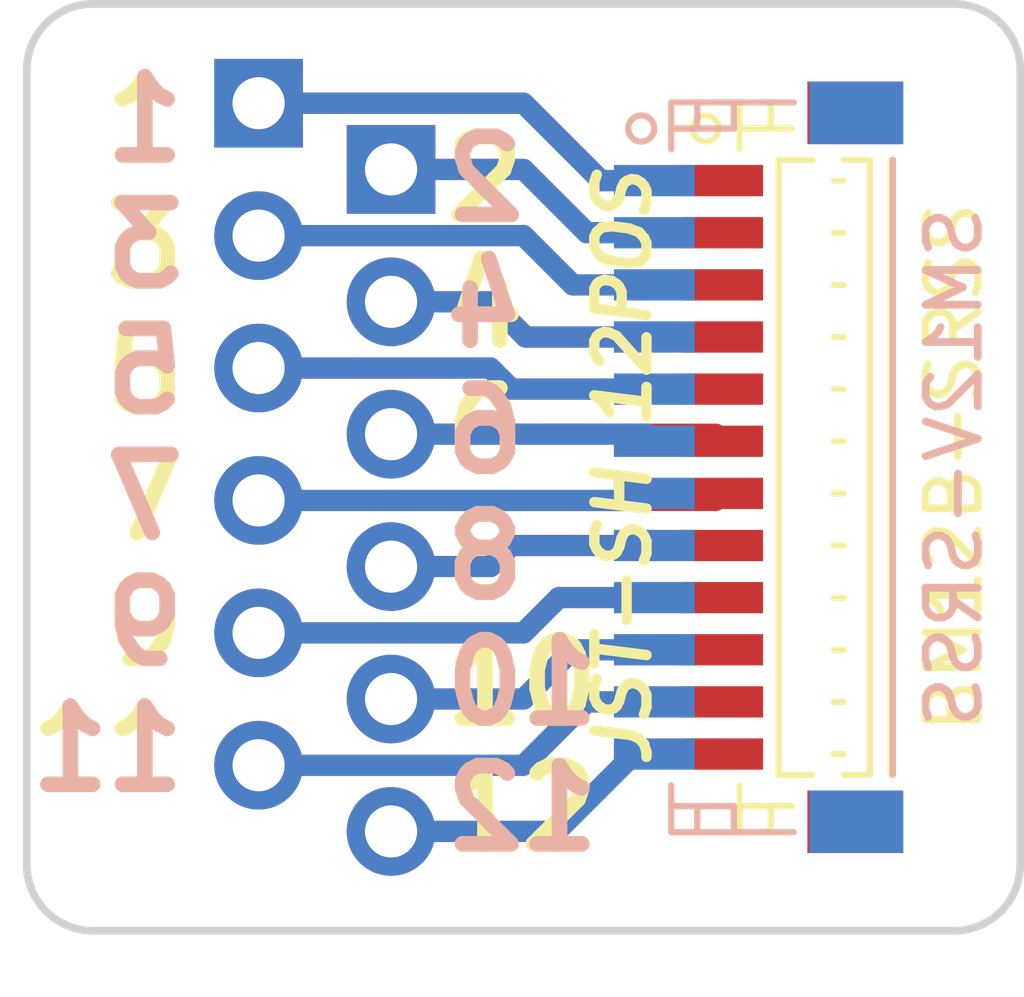
<source format=kicad_pcb>
(kicad_pcb (version 4) (host pcbnew 4.0.6)

  (general
    (links 24)
    (no_connects 0)
    (area 138.354999 87.554999 157.555001 105.485001)
    (thickness 1.6)
    (drawings 13)
    (tracks 68)
    (zones 0)
    (modules 4)
    (nets 13)
  )

  (page A4)
  (layers
    (0 F.Cu signal)
    (31 B.Cu signal)
    (32 B.Adhes user)
    (33 F.Adhes user)
    (34 B.Paste user)
    (35 F.Paste user)
    (36 B.SilkS user)
    (37 F.SilkS user)
    (38 B.Mask user)
    (39 F.Mask user)
    (40 Dwgs.User user)
    (41 Cmts.User user)
    (42 Eco1.User user)
    (43 Eco2.User user)
    (44 Edge.Cuts user)
    (45 Margin user)
    (46 B.CrtYd user)
    (47 F.CrtYd user)
    (48 B.Fab user)
    (49 F.Fab user)
  )

  (setup
    (last_trace_width 0.4064)
    (user_trace_width 0.3048)
    (user_trace_width 0.4064)
    (trace_clearance 0.2)
    (zone_clearance 0.508)
    (zone_45_only no)
    (trace_min 0.2)
    (segment_width 0.2)
    (edge_width 0.15)
    (via_size 0.6)
    (via_drill 0.4)
    (via_min_size 0.4)
    (via_min_drill 0.3)
    (uvia_size 0.3)
    (uvia_drill 0.1)
    (uvias_allowed no)
    (uvia_min_size 0.2)
    (uvia_min_drill 0.1)
    (pcb_text_width 0.3)
    (pcb_text_size 1.5 1.5)
    (mod_edge_width 0.15)
    (mod_text_size 1 1)
    (mod_text_width 0.15)
    (pad_size 1.524 1.524)
    (pad_drill 0.762)
    (pad_to_mask_clearance 0.05)
    (aux_axis_origin 0 0)
    (visible_elements 7FFFFFFF)
    (pcbplotparams
      (layerselection 0x00030_80000001)
      (usegerberextensions false)
      (excludeedgelayer true)
      (linewidth 0.100000)
      (plotframeref false)
      (viasonmask false)
      (mode 1)
      (useauxorigin false)
      (hpglpennumber 1)
      (hpglpenspeed 20)
      (hpglpendiameter 15)
      (hpglpenoverlay 2)
      (psnegative false)
      (psa4output false)
      (plotreference true)
      (plotvalue true)
      (plotinvisibletext false)
      (padsonsilk false)
      (subtractmaskfromsilk false)
      (outputformat 1)
      (mirror false)
      (drillshape 1)
      (scaleselection 1)
      (outputdirectory ""))
  )

  (net 0 "")
  (net 1 "Net-(J1-Pad2)")
  (net 2 "Net-(J1-Pad4)")
  (net 3 "Net-(J1-Pad1)")
  (net 4 "Net-(J1-Pad3)")
  (net 5 "Net-(J2-Pad1)")
  (net 6 "Net-(J2-Pad2)")
  (net 7 "Net-(J2-Pad3)")
  (net 8 "Net-(J2-Pad4)")
  (net 9 "Net-(J1-Pad5)")
  (net 10 "Net-(J1-Pad6)")
  (net 11 "Net-(J2-Pad5)")
  (net 12 "Net-(J2-Pad6)")

  (net_class Default "This is the default net class."
    (clearance 0.2)
    (trace_width 0.25)
    (via_dia 0.6)
    (via_drill 0.4)
    (uvia_dia 0.3)
    (uvia_drill 0.1)
    (add_net "Net-(J1-Pad1)")
    (add_net "Net-(J1-Pad2)")
    (add_net "Net-(J1-Pad3)")
    (add_net "Net-(J1-Pad4)")
    (add_net "Net-(J1-Pad5)")
    (add_net "Net-(J1-Pad6)")
    (add_net "Net-(J2-Pad1)")
    (add_net "Net-(J2-Pad2)")
    (add_net "Net-(J2-Pad3)")
    (add_net "Net-(J2-Pad4)")
    (add_net "Net-(J2-Pad5)")
    (add_net "Net-(J2-Pad6)")
  )

  (module Pin_Headers:Pin_Header_Straight_1x06_Pitch2.54mm (layer F.Cu) (tedit 5D82A90F) (tstamp 5D82A8BA)
    (at 145.415 90.805)
    (descr "Through hole straight pin header, 1x06, 2.54mm pitch, single row")
    (tags "Through hole pin header THT 1x06 2.54mm single row")
    (path /5D82A81C)
    (fp_text reference J2 (at 0 -2.33) (layer F.SilkS) hide
      (effects (font (size 1 1) (thickness 0.15)))
    )
    (fp_text value CONN_01X06 (at 0 15.03) (layer F.Fab)
      (effects (font (size 1 1) (thickness 0.15)))
    )
    (fp_line (start -0.635 -1.27) (end 1.27 -1.27) (layer F.Fab) (width 0.1))
    (fp_line (start 1.27 -1.27) (end 1.27 13.97) (layer F.Fab) (width 0.1))
    (fp_line (start 1.27 13.97) (end -1.27 13.97) (layer F.Fab) (width 0.1))
    (fp_line (start -1.27 13.97) (end -1.27 -0.635) (layer F.Fab) (width 0.1))
    (fp_line (start -1.27 -0.635) (end -0.635 -1.27) (layer F.Fab) (width 0.1))
    (fp_line (start -1.8 -1.8) (end -1.8 14.5) (layer F.CrtYd) (width 0.05))
    (fp_line (start -1.8 14.5) (end 1.8 14.5) (layer F.CrtYd) (width 0.05))
    (fp_line (start 1.8 14.5) (end 1.8 -1.8) (layer F.CrtYd) (width 0.05))
    (fp_line (start 1.8 -1.8) (end -1.8 -1.8) (layer F.CrtYd) (width 0.05))
    (fp_text user %R (at 0 6.35 90) (layer F.Fab)
      (effects (font (size 1 1) (thickness 0.15)))
    )
    (pad 1 thru_hole rect (at 0 0) (size 1.7 1.7) (drill 1) (layers *.Cu *.Mask)
      (net 5 "Net-(J2-Pad1)"))
    (pad 2 thru_hole oval (at 0 2.54) (size 1.7 1.7) (drill 1) (layers *.Cu *.Mask)
      (net 6 "Net-(J2-Pad2)"))
    (pad 3 thru_hole oval (at 0 5.08) (size 1.7 1.7) (drill 1) (layers *.Cu *.Mask)
      (net 7 "Net-(J2-Pad3)"))
    (pad 4 thru_hole oval (at 0 7.62) (size 1.7 1.7) (drill 1) (layers *.Cu *.Mask)
      (net 8 "Net-(J2-Pad4)"))
    (pad 5 thru_hole oval (at 0 10.16) (size 1.7 1.7) (drill 1) (layers *.Cu *.Mask)
      (net 11 "Net-(J2-Pad5)"))
    (pad 6 thru_hole oval (at 0 12.7) (size 1.7 1.7) (drill 1) (layers *.Cu *.Mask)
      (net 12 "Net-(J2-Pad6)"))
    (model ${KISYS3DMOD}/Pin_Headers.3dshapes/Pin_Header_Straight_1x06_Pitch2.54mm.wrl
      (at (xyz 0 0 0))
      (scale (xyz 1 1 1))
      (rotate (xyz 0 0 0))
    )
  )

  (module Pin_Headers:Pin_Header_Straight_1x06_Pitch2.54mm (layer F.Cu) (tedit 5D82A8FE) (tstamp 5D82A8A0)
    (at 142.875 89.535)
    (descr "Through hole straight pin header, 1x06, 2.54mm pitch, single row")
    (tags "Through hole pin header THT 1x06 2.54mm single row")
    (path /5D82A7AD)
    (fp_text reference J1 (at 0 -2.33) (layer F.SilkS) hide
      (effects (font (size 1 1) (thickness 0.15)))
    )
    (fp_text value CONN_01X06 (at 0 15.03) (layer F.Fab)
      (effects (font (size 1 1) (thickness 0.15)))
    )
    (fp_line (start -0.635 -1.27) (end 1.27 -1.27) (layer F.Fab) (width 0.1))
    (fp_line (start 1.27 -1.27) (end 1.27 13.97) (layer F.Fab) (width 0.1))
    (fp_line (start 1.27 13.97) (end -1.27 13.97) (layer F.Fab) (width 0.1))
    (fp_line (start -1.27 13.97) (end -1.27 -0.635) (layer F.Fab) (width 0.1))
    (fp_line (start -1.27 -0.635) (end -0.635 -1.27) (layer F.Fab) (width 0.1))
    (fp_line (start -1.8 -1.8) (end -1.8 14.5) (layer F.CrtYd) (width 0.05))
    (fp_line (start -1.8 14.5) (end 1.8 14.5) (layer F.CrtYd) (width 0.05))
    (fp_line (start 1.8 14.5) (end 1.8 -1.8) (layer F.CrtYd) (width 0.05))
    (fp_line (start 1.8 -1.8) (end -1.8 -1.8) (layer F.CrtYd) (width 0.05))
    (fp_text user %R (at 0 6.35 90) (layer F.Fab)
      (effects (font (size 1 1) (thickness 0.15)))
    )
    (pad 1 thru_hole rect (at 0 0) (size 1.7 1.7) (drill 1) (layers *.Cu *.Mask)
      (net 3 "Net-(J1-Pad1)"))
    (pad 2 thru_hole oval (at 0 2.54) (size 1.7 1.7) (drill 1) (layers *.Cu *.Mask)
      (net 1 "Net-(J1-Pad2)"))
    (pad 3 thru_hole oval (at 0 5.08) (size 1.7 1.7) (drill 1) (layers *.Cu *.Mask)
      (net 4 "Net-(J1-Pad3)"))
    (pad 4 thru_hole oval (at 0 7.62) (size 1.7 1.7) (drill 1) (layers *.Cu *.Mask)
      (net 2 "Net-(J1-Pad4)"))
    (pad 5 thru_hole oval (at 0 10.16) (size 1.7 1.7) (drill 1) (layers *.Cu *.Mask)
      (net 9 "Net-(J1-Pad5)"))
    (pad 6 thru_hole oval (at 0 12.7) (size 1.7 1.7) (drill 1) (layers *.Cu *.Mask)
      (net 10 "Net-(J1-Pad6)"))
    (model ${KISYS3DMOD}/Pin_Headers.3dshapes/Pin_Header_Straight_1x06_Pitch2.54mm.wrl
      (at (xyz 0 0 0))
      (scale (xyz 1 1 1))
      (rotate (xyz 0 0 0))
    )
  )

  (module Connectors_JST:JST_SH_SM12B-SRSS-TB_12x1.00mm_Angled (layer B.Cu) (tedit 5D82A8F1) (tstamp 5D82A8EE)
    (at 152.4 96.52 270)
    (descr http://www.jst-mfg.com/product/pdf/eng/eSH.pdf)
    (tags "connector jst sh")
    (path /5D82A8AC)
    (attr smd)
    (fp_text reference J3 (at -5.5 4 270) (layer B.SilkS) hide
      (effects (font (size 1 1) (thickness 0.15)) (justify mirror))
    )
    (fp_text value SM12V-SRSS (at 0 -3.81 270) (layer B.SilkS)
      (effects (font (size 1 1) (thickness 0.15)) (justify mirror))
    )
    (fp_circle (center -6.5 2.1875) (end -6.25 2.1875) (layer B.SilkS) (width 0.12))
    (fp_line (start -5.9 -2.6375) (end 5.9 -2.6375) (layer B.SilkS) (width 0.12))
    (fp_line (start -7 -0.7375) (end -7 1.6125) (layer B.SilkS) (width 0.12))
    (fp_line (start -7 1.6125) (end -6.1 1.6125) (layer B.SilkS) (width 0.12))
    (fp_line (start -6.5 1.6125) (end -6.5 0.4125) (layer B.SilkS) (width 0.12))
    (fp_line (start -6.5 0.4125) (end -6.5 0.4125) (layer B.SilkS) (width 0.12))
    (fp_line (start -6.5 0.4125) (end -6.5 1.6125) (layer B.SilkS) (width 0.12))
    (fp_line (start -6.5 1.6125) (end -6.5 1.6125) (layer B.SilkS) (width 0.12))
    (fp_line (start -6.5 1.1125) (end -6.5 1.1125) (layer B.SilkS) (width 0.12))
    (fp_line (start -6.5 1.1125) (end -7 1.1125) (layer B.SilkS) (width 0.12))
    (fp_line (start -7 1.1125) (end -7 1.1125) (layer B.SilkS) (width 0.12))
    (fp_line (start -7 1.1125) (end -6.5 1.1125) (layer B.SilkS) (width 0.12))
    (fp_line (start -6.5 0.4125) (end -6.5 0.4125) (layer B.SilkS) (width 0.12))
    (fp_line (start -6.5 0.4125) (end -7 0.4125) (layer B.SilkS) (width 0.12))
    (fp_line (start -7 0.4125) (end -7 0.4125) (layer B.SilkS) (width 0.12))
    (fp_line (start -7 0.4125) (end -6.5 0.4125) (layer B.SilkS) (width 0.12))
    (fp_line (start 7 -0.7375) (end 7 1.6125) (layer B.SilkS) (width 0.12))
    (fp_line (start 7 1.6125) (end 6.1 1.6125) (layer B.SilkS) (width 0.12))
    (fp_line (start 6.5 1.6125) (end 6.5 0.4125) (layer B.SilkS) (width 0.12))
    (fp_line (start 6.5 0.4125) (end 6.5 0.4125) (layer B.SilkS) (width 0.12))
    (fp_line (start 6.5 0.4125) (end 6.5 1.6125) (layer B.SilkS) (width 0.12))
    (fp_line (start 6.5 1.6125) (end 6.5 1.6125) (layer B.SilkS) (width 0.12))
    (fp_line (start 6.5 1.1125) (end 6.5 1.1125) (layer B.SilkS) (width 0.12))
    (fp_line (start 6.5 1.1125) (end 7 1.1125) (layer B.SilkS) (width 0.12))
    (fp_line (start 7 1.1125) (end 7 1.1125) (layer B.SilkS) (width 0.12))
    (fp_line (start 7 1.1125) (end 6.5 1.1125) (layer B.SilkS) (width 0.12))
    (fp_line (start 6.5 0.4125) (end 6.5 0.4125) (layer B.SilkS) (width 0.12))
    (fp_line (start 6.5 0.4125) (end 7 0.4125) (layer B.SilkS) (width 0.12))
    (fp_line (start 7 0.4125) (end 7 0.4125) (layer B.SilkS) (width 0.12))
    (fp_line (start 7 0.4125) (end 6.5 0.4125) (layer B.SilkS) (width 0.12))
    (fp_line (start -7.9 -3.35) (end -7.9 3.25) (layer B.CrtYd) (width 0.05))
    (fp_line (start -7.9 3.25) (end 7.9 3.25) (layer B.CrtYd) (width 0.05))
    (fp_line (start 7.9 3.25) (end 7.9 -3.35) (layer B.CrtYd) (width 0.05))
    (fp_line (start 7.9 -3.35) (end -7.9 -3.35) (layer B.CrtYd) (width 0.05))
    (pad 1 smd rect (at -5.5 1.9375 270) (size 0.6 1.55) (layers B.Cu B.Paste B.Mask)
      (net 3 "Net-(J1-Pad1)"))
    (pad 2 smd rect (at -4.5 1.9375 270) (size 0.6 1.55) (layers B.Cu B.Paste B.Mask)
      (net 5 "Net-(J2-Pad1)"))
    (pad 3 smd rect (at -3.5 1.9375 270) (size 0.6 1.55) (layers B.Cu B.Paste B.Mask)
      (net 1 "Net-(J1-Pad2)"))
    (pad 4 smd rect (at -2.5 1.9375 270) (size 0.6 1.55) (layers B.Cu B.Paste B.Mask)
      (net 6 "Net-(J2-Pad2)"))
    (pad 5 smd rect (at -1.5 1.9375 270) (size 0.6 1.55) (layers B.Cu B.Paste B.Mask)
      (net 4 "Net-(J1-Pad3)"))
    (pad 6 smd rect (at -0.5 1.9375 270) (size 0.6 1.55) (layers B.Cu B.Paste B.Mask)
      (net 7 "Net-(J2-Pad3)"))
    (pad 7 smd rect (at 0.5 1.9375 270) (size 0.6 1.55) (layers B.Cu B.Paste B.Mask)
      (net 2 "Net-(J1-Pad4)"))
    (pad 8 smd rect (at 1.5 1.9375 270) (size 0.6 1.55) (layers B.Cu B.Paste B.Mask)
      (net 8 "Net-(J2-Pad4)"))
    (pad 9 smd rect (at 2.5 1.9375 270) (size 0.6 1.55) (layers B.Cu B.Paste B.Mask)
      (net 9 "Net-(J1-Pad5)"))
    (pad 10 smd rect (at 3.5 1.9375 270) (size 0.6 1.55) (layers B.Cu B.Paste B.Mask)
      (net 11 "Net-(J2-Pad5)"))
    (pad 11 smd rect (at 4.5 1.9375 270) (size 0.6 1.55) (layers B.Cu B.Paste B.Mask)
      (net 10 "Net-(J1-Pad6)"))
    (pad 12 smd rect (at 5.5 1.9375 270) (size 0.6 1.55) (layers B.Cu B.Paste B.Mask)
      (net 12 "Net-(J2-Pad6)"))
    (pad "" smd rect (at -6.8 -1.9375 270) (size 1.2 1.8) (layers B.Cu B.Paste B.Mask))
    (pad "" smd rect (at 6.8 -1.9375 270) (size 1.2 1.8) (layers B.Cu B.Paste B.Mask))
  )

  (module Connectors_JST:JST_SH_BM12B-SRSS-TB_12x1.00mm_Straight (layer F.Cu) (tedit 5D82A8EF) (tstamp 5D82A92C)
    (at 153.035 96.52 270)
    (descr http://www.jst-mfg.com/product/pdf/eng/eSH.pdf)
    (tags "connector jst sh")
    (path /5D82A921)
    (attr smd)
    (fp_text reference J4 (at -5.5 -3.5 270) (layer F.SilkS) hide
      (effects (font (size 1 1) (thickness 0.15)))
    )
    (fp_text value BM12B-SRSS (at 0 -3.175 270) (layer F.SilkS)
      (effects (font (size 1 1) (thickness 0.15)))
    )
    (fp_circle (center -6.5 1.5875) (end -6.25 1.5875) (layer F.SilkS) (width 0.12))
    (fp_line (start -5.9 -1.9625) (end 5.9 -1.9625) (layer F.SilkS) (width 0.12))
    (fp_line (start -7 -0.0625) (end -7 0.9375) (layer F.SilkS) (width 0.12))
    (fp_line (start -7 0.9375) (end -6.1 0.9375) (layer F.SilkS) (width 0.12))
    (fp_line (start -6.5 0.9375) (end -6.5 -0.0625) (layer F.SilkS) (width 0.12))
    (fp_line (start -6.5 -0.0625) (end -6.5 -0.0625) (layer F.SilkS) (width 0.12))
    (fp_line (start -6.5 -0.0625) (end -6.5 0.9375) (layer F.SilkS) (width 0.12))
    (fp_line (start -6.5 0.9375) (end -6.5 0.9375) (layer F.SilkS) (width 0.12))
    (fp_line (start -6.5 0.3375) (end -6.5 0.3375) (layer F.SilkS) (width 0.12))
    (fp_line (start -6.5 0.3375) (end -7 0.3375) (layer F.SilkS) (width 0.12))
    (fp_line (start -7 0.3375) (end -7 0.3375) (layer F.SilkS) (width 0.12))
    (fp_line (start -7 0.3375) (end -6.5 0.3375) (layer F.SilkS) (width 0.12))
    (fp_line (start 7 -0.0625) (end 7 0.9375) (layer F.SilkS) (width 0.12))
    (fp_line (start 7 0.9375) (end 6.1 0.9375) (layer F.SilkS) (width 0.12))
    (fp_line (start 6.5 0.9375) (end 6.5 -0.0625) (layer F.SilkS) (width 0.12))
    (fp_line (start 6.5 -0.0625) (end 6.5 -0.0625) (layer F.SilkS) (width 0.12))
    (fp_line (start 6.5 -0.0625) (end 6.5 0.9375) (layer F.SilkS) (width 0.12))
    (fp_line (start 6.5 0.9375) (end 6.5 0.9375) (layer F.SilkS) (width 0.12))
    (fp_line (start 6.5 0.3375) (end 6.5 0.3375) (layer F.SilkS) (width 0.12))
    (fp_line (start 6.5 0.3375) (end 7 0.3375) (layer F.SilkS) (width 0.12))
    (fp_line (start 7 0.3375) (end 7 0.3375) (layer F.SilkS) (width 0.12))
    (fp_line (start 7 0.3375) (end 6.5 0.3375) (layer F.SilkS) (width 0.12))
    (fp_line (start -5.9 -1.0625) (end -5.9 -1.5625) (layer F.SilkS) (width 0.12))
    (fp_line (start -5.9 -1.5625) (end 5.9 -1.5625) (layer F.SilkS) (width 0.12))
    (fp_line (start 5.9 -1.5625) (end 5.9 -1.0625) (layer F.SilkS) (width 0.12))
    (fp_line (start -5.9 -0.4625) (end -5.9 0.1875) (layer F.SilkS) (width 0.12))
    (fp_line (start -5.9 0.1875) (end 5.9 0.1875) (layer F.SilkS) (width 0.12))
    (fp_line (start 5.9 0.1875) (end 5.9 -0.4625) (layer F.SilkS) (width 0.12))
    (fp_line (start -5.5 -1.0625) (end -5.5 -0.8625) (layer F.SilkS) (width 0.12))
    (fp_line (start -4.5 -1.0625) (end -4.5 -0.8625) (layer F.SilkS) (width 0.12))
    (fp_line (start -3.5 -1.0625) (end -3.5 -0.8625) (layer F.SilkS) (width 0.12))
    (fp_line (start -2.5 -1.0625) (end -2.5 -0.8625) (layer F.SilkS) (width 0.12))
    (fp_line (start -1.5 -1.0625) (end -1.5 -0.8625) (layer F.SilkS) (width 0.12))
    (fp_line (start -0.5 -1.0625) (end -0.5 -0.8625) (layer F.SilkS) (width 0.12))
    (fp_line (start 0.5 -1.0625) (end 0.5 -0.8625) (layer F.SilkS) (width 0.12))
    (fp_line (start 1.5 -1.0625) (end 1.5 -0.8625) (layer F.SilkS) (width 0.12))
    (fp_line (start 2.5 -1.0625) (end 2.5 -0.8625) (layer F.SilkS) (width 0.12))
    (fp_line (start 3.5 -1.0625) (end 3.5 -0.8625) (layer F.SilkS) (width 0.12))
    (fp_line (start 4.5 -1.0625) (end 4.5 -0.8625) (layer F.SilkS) (width 0.12))
    (fp_line (start 5.5 -1.0625) (end 5.5 -0.8625) (layer F.SilkS) (width 0.12))
    (fp_line (start -7.9 2.55) (end -7.9 -2.7) (layer F.CrtYd) (width 0.05))
    (fp_line (start -7.9 -2.7) (end 7.9 -2.7) (layer F.CrtYd) (width 0.05))
    (fp_line (start 7.9 -2.7) (end 7.9 2.55) (layer F.CrtYd) (width 0.05))
    (fp_line (start 7.9 2.55) (end -7.9 2.55) (layer F.CrtYd) (width 0.05))
    (pad 1 smd rect (at -5.5 1.2625 270) (size 0.6 1.55) (layers F.Cu F.Paste F.Mask)
      (net 3 "Net-(J1-Pad1)"))
    (pad 2 smd rect (at -4.5 1.2625 270) (size 0.6 1.55) (layers F.Cu F.Paste F.Mask)
      (net 5 "Net-(J2-Pad1)"))
    (pad 3 smd rect (at -3.5 1.2625 270) (size 0.6 1.55) (layers F.Cu F.Paste F.Mask)
      (net 1 "Net-(J1-Pad2)"))
    (pad 4 smd rect (at -2.5 1.2625 270) (size 0.6 1.55) (layers F.Cu F.Paste F.Mask)
      (net 6 "Net-(J2-Pad2)"))
    (pad 5 smd rect (at -1.5 1.2625 270) (size 0.6 1.55) (layers F.Cu F.Paste F.Mask)
      (net 4 "Net-(J1-Pad3)"))
    (pad 6 smd rect (at -0.5 1.2625 270) (size 0.6 1.55) (layers F.Cu F.Paste F.Mask)
      (net 7 "Net-(J2-Pad3)"))
    (pad 7 smd rect (at 0.5 1.2625 270) (size 0.6 1.55) (layers F.Cu F.Paste F.Mask)
      (net 2 "Net-(J1-Pad4)"))
    (pad 8 smd rect (at 1.5 1.2625 270) (size 0.6 1.55) (layers F.Cu F.Paste F.Mask)
      (net 8 "Net-(J2-Pad4)"))
    (pad 9 smd rect (at 2.5 1.2625 270) (size 0.6 1.55) (layers F.Cu F.Paste F.Mask)
      (net 9 "Net-(J1-Pad5)"))
    (pad 10 smd rect (at 3.5 1.2625 270) (size 0.6 1.55) (layers F.Cu F.Paste F.Mask)
      (net 11 "Net-(J2-Pad5)"))
    (pad 11 smd rect (at 4.5 1.2625 270) (size 0.6 1.55) (layers F.Cu F.Paste F.Mask)
      (net 10 "Net-(J1-Pad6)"))
    (pad 12 smd rect (at 5.5 1.2625 270) (size 0.6 1.55) (layers F.Cu F.Paste F.Mask)
      (net 12 "Net-(J2-Pad6)"))
    (pad "" smd rect (at -6.8 -1.2625 270) (size 1.2 1.8) (layers F.Cu F.Paste F.Mask))
    (pad "" smd rect (at 6.8 -1.2625 270) (size 1.2 1.8) (layers F.Cu F.Paste F.Mask))
  )

  (gr_line (start 139.7 105.41) (end 156.21 105.41) (angle 90) (layer Edge.Cuts) (width 0.15))
  (gr_line (start 156.21 87.63) (end 139.7 87.63) (angle 90) (layer Edge.Cuts) (width 0.15))
  (gr_text "JST-SH 12POS" (at 149.86 96.52 90) (layer F.SilkS)
    (effects (font (size 1 1) (thickness 0.2) italic))
  )
  (gr_line (start 138.43 104.14) (end 138.43 88.9) (angle 90) (layer Edge.Cuts) (width 0.15))
  (gr_line (start 157.48 88.9) (end 157.48 104.14) (angle 90) (layer Edge.Cuts) (width 0.15))
  (gr_arc (start 139.7 88.9) (end 138.43 88.9) (angle 90) (layer Edge.Cuts) (width 0.15))
  (gr_arc (start 139.7 104.14) (end 139.7 105.41) (angle 90) (layer Edge.Cuts) (width 0.15))
  (gr_arc (start 156.21 104.14) (end 157.48 104.14) (angle 90) (layer Edge.Cuts) (width 0.15))
  (gr_arc (start 156.21 88.9) (end 156.21 87.63) (angle 90) (layer Edge.Cuts) (width 0.15))
  (gr_text "2\n4\n6\n8\n10\n12" (at 146.304 97.028) (layer B.SilkS)
    (effects (font (size 1.5 1.5) (thickness 0.3)) (justify right mirror))
  )
  (gr_text "1\n3\n5\n7\n9\n11" (at 141.605 95.885) (layer F.SilkS)
    (effects (font (size 1.5 1.5) (thickness 0.3)) (justify right))
  )
  (gr_text "2\n4\n6\n8\n10\n12" (at 146.304 97.028) (layer F.SilkS)
    (effects (font (size 1.5 1.5) (thickness 0.3)) (justify left))
  )
  (gr_text "1\n3\n5\n7\n9\n11" (at 141.605 95.885) (layer B.SilkS)
    (effects (font (size 1.5 1.5) (thickness 0.3)) (justify left mirror))
  )

  (segment (start 150.4625 93.02) (end 148.9 93.02) (width 0.4064) (layer B.Cu) (net 1))
  (segment (start 148.9 93.02) (end 147.955 92.075) (width 0.4064) (layer B.Cu) (net 1) (tstamp 5D82AAA7))
  (segment (start 147.955 92.075) (end 142.875 92.075) (width 0.4064) (layer B.Cu) (net 1) (tstamp 5D82AAA8) (status 20))
  (segment (start 151.7725 93.02) (end 148.9 93.02) (width 0.4064) (layer F.Cu) (net 1))
  (segment (start 148.9 93.02) (end 147.955 92.075) (width 0.4064) (layer F.Cu) (net 1) (tstamp 5D82AA54))
  (segment (start 147.955 92.075) (end 142.875 92.075) (width 0.4064) (layer F.Cu) (net 1) (tstamp 5D82AA55) (status 20))
  (segment (start 142.875 97.155) (end 150.3275 97.155) (width 0.4064) (layer B.Cu) (net 2) (status 10))
  (segment (start 150.3275 97.155) (end 150.4625 97.02) (width 0.4064) (layer B.Cu) (net 2) (tstamp 5D82AA9D))
  (segment (start 142.875 97.155) (end 151.6375 97.155) (width 0.4064) (layer F.Cu) (net 2) (status 10))
  (segment (start 151.6375 97.155) (end 151.7725 97.02) (width 0.4064) (layer F.Cu) (net 2) (tstamp 5D82AA4D))
  (segment (start 150.4625 91.02) (end 149.44 91.02) (width 0.4064) (layer B.Cu) (net 3))
  (segment (start 149.44 91.02) (end 147.955 89.535) (width 0.4064) (layer B.Cu) (net 3) (tstamp 5D82AAAF))
  (segment (start 147.955 89.535) (end 142.875 89.535) (width 0.4064) (layer B.Cu) (net 3) (tstamp 5D82AAB0) (status 20))
  (segment (start 142.875 89.535) (end 147.955 89.535) (width 0.4064) (layer F.Cu) (net 3) (status 10))
  (segment (start 147.955 89.535) (end 149.44 91.02) (width 0.4064) (layer F.Cu) (net 3) (tstamp 5D82AA58))
  (segment (start 149.44 91.02) (end 151.7725 91.02) (width 0.4064) (layer F.Cu) (net 3) (tstamp 5D82AA59))
  (segment (start 150.4625 95.02) (end 147.725 95.02) (width 0.4064) (layer B.Cu) (net 4))
  (segment (start 147.725 95.02) (end 147.32 94.615) (width 0.4064) (layer B.Cu) (net 4) (tstamp 5D82AA92))
  (segment (start 147.32 94.615) (end 142.875 94.615) (width 0.4064) (layer B.Cu) (net 4) (tstamp 5D82AA93) (status 20))
  (segment (start 142.875 94.615) (end 147.32 94.615) (width 0.4064) (layer F.Cu) (net 4) (status 10))
  (segment (start 147.32 94.615) (end 147.725 95.02) (width 0.4064) (layer F.Cu) (net 4) (tstamp 5D82AA50))
  (segment (start 147.725 95.02) (end 151.7725 95.02) (width 0.4064) (layer F.Cu) (net 4) (tstamp 5D82AA51))
  (segment (start 150.4625 92.02) (end 149.17 92.02) (width 0.4064) (layer B.Cu) (net 5))
  (segment (start 149.17 92.02) (end 147.955 90.805) (width 0.4064) (layer B.Cu) (net 5) (tstamp 5D82AAAB))
  (segment (start 147.955 90.805) (end 145.415 90.805) (width 0.4064) (layer B.Cu) (net 5) (tstamp 5D82AAAC))
  (segment (start 145.415 90.805) (end 147.955 90.805) (width 0.4064) (layer F.Cu) (net 5))
  (segment (start 147.955 90.805) (end 149.17 92.02) (width 0.4064) (layer F.Cu) (net 5) (tstamp 5D82AA5C))
  (segment (start 149.17 92.02) (end 151.7725 92.02) (width 0.4064) (layer F.Cu) (net 5) (tstamp 5D82AA5D))
  (segment (start 150.4625 94.02) (end 147.995 94.02) (width 0.4064) (layer B.Cu) (net 6))
  (segment (start 147.995 94.02) (end 147.32 93.345) (width 0.4064) (layer B.Cu) (net 6) (tstamp 5D82AAA3))
  (segment (start 147.32 93.345) (end 145.415 93.345) (width 0.4064) (layer B.Cu) (net 6) (tstamp 5D82AAA4))
  (segment (start 145.415 93.345) (end 147.32 93.345) (width 0.4064) (layer F.Cu) (net 6))
  (segment (start 147.32 93.345) (end 147.995 94.02) (width 0.4064) (layer F.Cu) (net 6) (tstamp 5D82AA60))
  (segment (start 147.995 94.02) (end 151.7725 94.02) (width 0.4064) (layer F.Cu) (net 6) (tstamp 5D82AA61))
  (segment (start 145.415 95.885) (end 150.3275 95.885) (width 0.4064) (layer B.Cu) (net 7))
  (segment (start 150.3275 95.885) (end 150.4625 96.02) (width 0.4064) (layer B.Cu) (net 7) (tstamp 5D82AAA0))
  (segment (start 145.415 95.885) (end 151.6375 95.885) (width 0.4064) (layer F.Cu) (net 7))
  (segment (start 151.6375 95.885) (end 151.7725 96.02) (width 0.4064) (layer F.Cu) (net 7) (tstamp 5D82AA64))
  (segment (start 150.4625 98.02) (end 147.725 98.02) (width 0.4064) (layer B.Cu) (net 8))
  (segment (start 147.725 98.02) (end 147.32 98.425) (width 0.4064) (layer B.Cu) (net 8) (tstamp 5D82AA89))
  (segment (start 147.32 98.425) (end 145.415 98.425) (width 0.4064) (layer B.Cu) (net 8) (tstamp 5D82AA8A))
  (segment (start 151.7725 98.02) (end 147.725 98.02) (width 0.4064) (layer F.Cu) (net 8))
  (segment (start 147.725 98.02) (end 147.32 98.425) (width 0.4064) (layer F.Cu) (net 8) (tstamp 5D82AA68))
  (segment (start 147.32 98.425) (end 145.415 98.425) (width 0.4064) (layer F.Cu) (net 8) (tstamp 5D82AA69))
  (segment (start 142.875 99.695) (end 147.955 99.695) (width 0.4064) (layer B.Cu) (net 9) (status 10))
  (segment (start 147.955 99.695) (end 148.63 99.02) (width 0.4064) (layer B.Cu) (net 9) (tstamp 5D82AA83))
  (segment (start 148.63 99.02) (end 150.4625 99.02) (width 0.4064) (layer B.Cu) (net 9) (tstamp 5D82AA84))
  (segment (start 142.875 99.695) (end 147.955 99.695) (width 0.4064) (layer F.Cu) (net 9) (status 10))
  (segment (start 147.955 99.695) (end 148.63 99.02) (width 0.4064) (layer F.Cu) (net 9) (tstamp 5D82AA49))
  (segment (start 148.63 99.02) (end 151.7725 99.02) (width 0.4064) (layer F.Cu) (net 9) (tstamp 5D82AA4A))
  (segment (start 142.875 102.235) (end 147.955 102.235) (width 0.4064) (layer B.Cu) (net 10) (status 10))
  (segment (start 147.955 102.235) (end 149.17 101.02) (width 0.4064) (layer B.Cu) (net 10) (tstamp 5D82AA7F))
  (segment (start 149.17 101.02) (end 150.4625 101.02) (width 0.4064) (layer B.Cu) (net 10) (tstamp 5D82AA80))
  (segment (start 151.7725 101.02) (end 149.17 101.02) (width 0.4064) (layer F.Cu) (net 10))
  (segment (start 149.17 101.02) (end 147.955 102.235) (width 0.4064) (layer F.Cu) (net 10) (tstamp 5D82AA73))
  (segment (start 147.955 102.235) (end 142.875 102.235) (width 0.4064) (layer F.Cu) (net 10) (tstamp 5D82AA74) (status 20))
  (segment (start 150.4625 100.02) (end 148.9 100.02) (width 0.4064) (layer B.Cu) (net 11))
  (segment (start 148.9 100.02) (end 147.955 100.965) (width 0.4064) (layer B.Cu) (net 11) (tstamp 5D82AA96))
  (segment (start 147.955 100.965) (end 145.415 100.965) (width 0.4064) (layer B.Cu) (net 11) (tstamp 5D82AA97))
  (segment (start 151.7725 100.02) (end 148.9 100.02) (width 0.4064) (layer F.Cu) (net 11))
  (segment (start 148.9 100.02) (end 147.955 100.965) (width 0.4064) (layer F.Cu) (net 11) (tstamp 5D82AA6E))
  (segment (start 147.955 100.965) (end 145.415 100.965) (width 0.4064) (layer F.Cu) (net 11) (tstamp 5D82AA6F))
  (segment (start 145.415 103.505) (end 148.59 103.505) (width 0.4064) (layer B.Cu) (net 12))
  (segment (start 148.59 103.505) (end 150.075 102.02) (width 0.4064) (layer B.Cu) (net 12) (tstamp 5D82AA7B))
  (segment (start 150.075 102.02) (end 150.4625 102.02) (width 0.4064) (layer B.Cu) (net 12) (tstamp 5D82AA7C))
  (segment (start 151.7725 102.02) (end 150.075 102.02) (width 0.4064) (layer F.Cu) (net 12))
  (segment (start 150.075 102.02) (end 148.59 103.505) (width 0.4064) (layer F.Cu) (net 12) (tstamp 5D82AA77))
  (segment (start 148.59 103.505) (end 145.415 103.505) (width 0.4064) (layer F.Cu) (net 12) (tstamp 5D82AA78))

)

</source>
